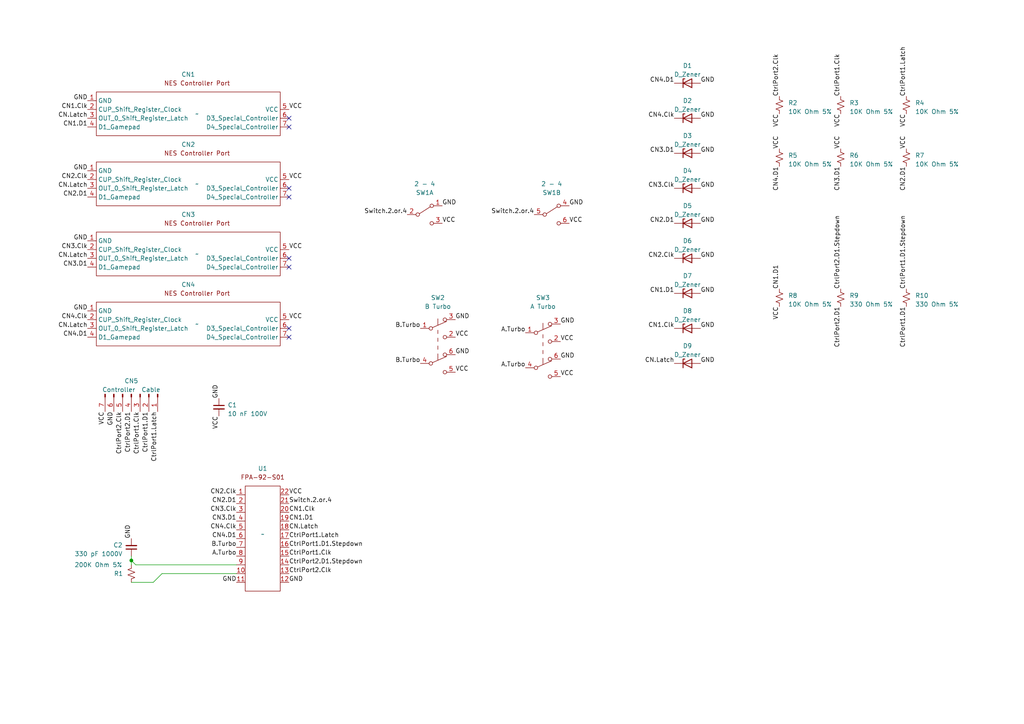
<source format=kicad_sch>
(kicad_sch (version 20230121) (generator eeschema)

  (uuid c6b34b0e-6aa4-4e33-a7d6-29da1b6a731b)

  (paper "A4")

  (lib_symbols
    (symbol "Connector:Conn_01x07_Pin" (pin_names (offset 1.016) hide) (in_bom yes) (on_board yes)
      (property "Reference" "J" (at 0 10.16 0)
        (effects (font (size 1.27 1.27)))
      )
      (property "Value" "Conn_01x07_Pin" (at 0 -10.16 0)
        (effects (font (size 1.27 1.27)))
      )
      (property "Footprint" "" (at 0 0 0)
        (effects (font (size 1.27 1.27)) hide)
      )
      (property "Datasheet" "~" (at 0 0 0)
        (effects (font (size 1.27 1.27)) hide)
      )
      (property "ki_locked" "" (at 0 0 0)
        (effects (font (size 1.27 1.27)))
      )
      (property "ki_keywords" "connector" (at 0 0 0)
        (effects (font (size 1.27 1.27)) hide)
      )
      (property "ki_description" "Generic connector, single row, 01x07, script generated" (at 0 0 0)
        (effects (font (size 1.27 1.27)) hide)
      )
      (property "ki_fp_filters" "Connector*:*_1x??_*" (at 0 0 0)
        (effects (font (size 1.27 1.27)) hide)
      )
      (symbol "Conn_01x07_Pin_1_1"
        (polyline
          (pts
            (xy 1.27 -7.62)
            (xy 0.8636 -7.62)
          )
          (stroke (width 0.1524) (type default))
          (fill (type none))
        )
        (polyline
          (pts
            (xy 1.27 -5.08)
            (xy 0.8636 -5.08)
          )
          (stroke (width 0.1524) (type default))
          (fill (type none))
        )
        (polyline
          (pts
            (xy 1.27 -2.54)
            (xy 0.8636 -2.54)
          )
          (stroke (width 0.1524) (type default))
          (fill (type none))
        )
        (polyline
          (pts
            (xy 1.27 0)
            (xy 0.8636 0)
          )
          (stroke (width 0.1524) (type default))
          (fill (type none))
        )
        (polyline
          (pts
            (xy 1.27 2.54)
            (xy 0.8636 2.54)
          )
          (stroke (width 0.1524) (type default))
          (fill (type none))
        )
        (polyline
          (pts
            (xy 1.27 5.08)
            (xy 0.8636 5.08)
          )
          (stroke (width 0.1524) (type default))
          (fill (type none))
        )
        (polyline
          (pts
            (xy 1.27 7.62)
            (xy 0.8636 7.62)
          )
          (stroke (width 0.1524) (type default))
          (fill (type none))
        )
        (rectangle (start 0.8636 -7.493) (end 0 -7.747)
          (stroke (width 0.1524) (type default))
          (fill (type outline))
        )
        (rectangle (start 0.8636 -4.953) (end 0 -5.207)
          (stroke (width 0.1524) (type default))
          (fill (type outline))
        )
        (rectangle (start 0.8636 -2.413) (end 0 -2.667)
          (stroke (width 0.1524) (type default))
          (fill (type outline))
        )
        (rectangle (start 0.8636 0.127) (end 0 -0.127)
          (stroke (width 0.1524) (type default))
          (fill (type outline))
        )
        (rectangle (start 0.8636 2.667) (end 0 2.413)
          (stroke (width 0.1524) (type default))
          (fill (type outline))
        )
        (rectangle (start 0.8636 5.207) (end 0 4.953)
          (stroke (width 0.1524) (type default))
          (fill (type outline))
        )
        (rectangle (start 0.8636 7.747) (end 0 7.493)
          (stroke (width 0.1524) (type default))
          (fill (type outline))
        )
        (pin passive line (at 5.08 7.62 180) (length 3.81)
          (name "Pin_1" (effects (font (size 1.27 1.27))))
          (number "1" (effects (font (size 1.27 1.27))))
        )
        (pin passive line (at 5.08 5.08 180) (length 3.81)
          (name "Pin_2" (effects (font (size 1.27 1.27))))
          (number "2" (effects (font (size 1.27 1.27))))
        )
        (pin passive line (at 5.08 2.54 180) (length 3.81)
          (name "Pin_3" (effects (font (size 1.27 1.27))))
          (number "3" (effects (font (size 1.27 1.27))))
        )
        (pin passive line (at 5.08 0 180) (length 3.81)
          (name "Pin_4" (effects (font (size 1.27 1.27))))
          (number "4" (effects (font (size 1.27 1.27))))
        )
        (pin passive line (at 5.08 -2.54 180) (length 3.81)
          (name "Pin_5" (effects (font (size 1.27 1.27))))
          (number "5" (effects (font (size 1.27 1.27))))
        )
        (pin passive line (at 5.08 -5.08 180) (length 3.81)
          (name "Pin_6" (effects (font (size 1.27 1.27))))
          (number "6" (effects (font (size 1.27 1.27))))
        )
        (pin passive line (at 5.08 -7.62 180) (length 3.81)
          (name "Pin_7" (effects (font (size 1.27 1.27))))
          (number "7" (effects (font (size 1.27 1.27))))
        )
      )
    )
    (symbol "Device:C_Small" (pin_numbers hide) (pin_names (offset 0.254) hide) (in_bom yes) (on_board yes)
      (property "Reference" "C" (at 0.254 1.778 0)
        (effects (font (size 1.27 1.27)) (justify left))
      )
      (property "Value" "C_Small" (at 0.254 -2.032 0)
        (effects (font (size 1.27 1.27)) (justify left))
      )
      (property "Footprint" "" (at 0 0 0)
        (effects (font (size 1.27 1.27)) hide)
      )
      (property "Datasheet" "~" (at 0 0 0)
        (effects (font (size 1.27 1.27)) hide)
      )
      (property "ki_keywords" "capacitor cap" (at 0 0 0)
        (effects (font (size 1.27 1.27)) hide)
      )
      (property "ki_description" "Unpolarized capacitor, small symbol" (at 0 0 0)
        (effects (font (size 1.27 1.27)) hide)
      )
      (property "ki_fp_filters" "C_*" (at 0 0 0)
        (effects (font (size 1.27 1.27)) hide)
      )
      (symbol "C_Small_0_1"
        (polyline
          (pts
            (xy -1.524 -0.508)
            (xy 1.524 -0.508)
          )
          (stroke (width 0.3302) (type default))
          (fill (type none))
        )
        (polyline
          (pts
            (xy -1.524 0.508)
            (xy 1.524 0.508)
          )
          (stroke (width 0.3048) (type default))
          (fill (type none))
        )
      )
      (symbol "C_Small_1_1"
        (pin passive line (at 0 2.54 270) (length 2.032)
          (name "~" (effects (font (size 1.27 1.27))))
          (number "1" (effects (font (size 1.27 1.27))))
        )
        (pin passive line (at 0 -2.54 90) (length 2.032)
          (name "~" (effects (font (size 1.27 1.27))))
          (number "2" (effects (font (size 1.27 1.27))))
        )
      )
    )
    (symbol "Device:D_Zener" (pin_numbers hide) (pin_names (offset 1.016) hide) (in_bom yes) (on_board yes)
      (property "Reference" "D" (at 0 2.54 0)
        (effects (font (size 1.27 1.27)))
      )
      (property "Value" "D_Zener" (at 0 -2.54 0)
        (effects (font (size 1.27 1.27)))
      )
      (property "Footprint" "" (at 0 0 0)
        (effects (font (size 1.27 1.27)) hide)
      )
      (property "Datasheet" "~" (at 0 0 0)
        (effects (font (size 1.27 1.27)) hide)
      )
      (property "ki_keywords" "diode" (at 0 0 0)
        (effects (font (size 1.27 1.27)) hide)
      )
      (property "ki_description" "Zener diode" (at 0 0 0)
        (effects (font (size 1.27 1.27)) hide)
      )
      (property "ki_fp_filters" "TO-???* *_Diode_* *SingleDiode* D_*" (at 0 0 0)
        (effects (font (size 1.27 1.27)) hide)
      )
      (symbol "D_Zener_0_1"
        (polyline
          (pts
            (xy 1.27 0)
            (xy -1.27 0)
          )
          (stroke (width 0) (type default))
          (fill (type none))
        )
        (polyline
          (pts
            (xy -1.27 -1.27)
            (xy -1.27 1.27)
            (xy -0.762 1.27)
          )
          (stroke (width 0.254) (type default))
          (fill (type none))
        )
        (polyline
          (pts
            (xy 1.27 -1.27)
            (xy 1.27 1.27)
            (xy -1.27 0)
            (xy 1.27 -1.27)
          )
          (stroke (width 0.254) (type default))
          (fill (type none))
        )
      )
      (symbol "D_Zener_1_1"
        (pin passive line (at -3.81 0 0) (length 2.54)
          (name "K" (effects (font (size 1.27 1.27))))
          (number "1" (effects (font (size 1.27 1.27))))
        )
        (pin passive line (at 3.81 0 180) (length 2.54)
          (name "A" (effects (font (size 1.27 1.27))))
          (number "2" (effects (font (size 1.27 1.27))))
        )
      )
    )
    (symbol "Device:R_Small_US" (pin_numbers hide) (pin_names (offset 0.254) hide) (in_bom yes) (on_board yes)
      (property "Reference" "R" (at 0.762 0.508 0)
        (effects (font (size 1.27 1.27)) (justify left))
      )
      (property "Value" "R_Small_US" (at 0.762 -1.016 0)
        (effects (font (size 1.27 1.27)) (justify left))
      )
      (property "Footprint" "" (at 0 0 0)
        (effects (font (size 1.27 1.27)) hide)
      )
      (property "Datasheet" "~" (at 0 0 0)
        (effects (font (size 1.27 1.27)) hide)
      )
      (property "ki_keywords" "r resistor" (at 0 0 0)
        (effects (font (size 1.27 1.27)) hide)
      )
      (property "ki_description" "Resistor, small US symbol" (at 0 0 0)
        (effects (font (size 1.27 1.27)) hide)
      )
      (property "ki_fp_filters" "R_*" (at 0 0 0)
        (effects (font (size 1.27 1.27)) hide)
      )
      (symbol "R_Small_US_1_1"
        (polyline
          (pts
            (xy 0 0)
            (xy 1.016 -0.381)
            (xy 0 -0.762)
            (xy -1.016 -1.143)
            (xy 0 -1.524)
          )
          (stroke (width 0) (type default))
          (fill (type none))
        )
        (polyline
          (pts
            (xy 0 1.524)
            (xy 1.016 1.143)
            (xy 0 0.762)
            (xy -1.016 0.381)
            (xy 0 0)
          )
          (stroke (width 0) (type default))
          (fill (type none))
        )
        (pin passive line (at 0 2.54 270) (length 1.016)
          (name "~" (effects (font (size 1.27 1.27))))
          (number "1" (effects (font (size 1.27 1.27))))
        )
        (pin passive line (at 0 -2.54 90) (length 1.016)
          (name "~" (effects (font (size 1.27 1.27))))
          (number "2" (effects (font (size 1.27 1.27))))
        )
      )
    )
    (symbol "NES Four Square:FPA-92-S01" (in_bom yes) (on_board yes)
      (property "Reference" "U" (at 0 0 0)
        (effects (font (size 1.27 1.27)))
      )
      (property "Value" "" (at 0 0 0)
        (effects (font (size 1.27 1.27)))
      )
      (property "Footprint" "" (at 0 0 0)
        (effects (font (size 1.27 1.27)) hide)
      )
      (property "Datasheet" "" (at 0 0 0)
        (effects (font (size 1.27 1.27)) hide)
      )
      (symbol "FPA-92-S01_0_1"
        (rectangle (start -5.08 13.97) (end 5.08 -16.51)
          (stroke (width 0) (type default))
          (fill (type none))
        )
      )
      (symbol "FPA-92-S01_1_1"
        (text "FPA-92-S01" (at 0 16.51 0)
          (effects (font (size 1.27 1.27)))
        )
        (pin input line (at -7.62 11.43 0) (length 2.54)
          (name "" (effects (font (size 1.27 1.27))))
          (number "1" (effects (font (size 1.27 1.27))))
        )
        (pin input line (at -7.62 -11.43 0) (length 2.54)
          (name "" (effects (font (size 1.27 1.27))))
          (number "10" (effects (font (size 1.27 1.27))))
        )
        (pin input line (at -7.62 -13.97 0) (length 2.54)
          (name "" (effects (font (size 1.27 1.27))))
          (number "11" (effects (font (size 1.27 1.27))))
        )
        (pin input line (at 7.62 -13.97 180) (length 2.54)
          (name "" (effects (font (size 1.27 1.27))))
          (number "12" (effects (font (size 1.27 1.27))))
        )
        (pin input line (at 7.62 -11.43 180) (length 2.54)
          (name "" (effects (font (size 1.27 1.27))))
          (number "13" (effects (font (size 1.27 1.27))))
        )
        (pin input line (at 7.62 -8.89 180) (length 2.54)
          (name "" (effects (font (size 1.27 1.27))))
          (number "14" (effects (font (size 1.27 1.27))))
        )
        (pin input line (at 7.62 -6.35 180) (length 2.54)
          (name "" (effects (font (size 1.27 1.27))))
          (number "15" (effects (font (size 1.27 1.27))))
        )
        (pin input line (at 7.62 -3.81 180) (length 2.54)
          (name "" (effects (font (size 1.27 1.27))))
          (number "16" (effects (font (size 1.27 1.27))))
        )
        (pin input line (at 7.62 -1.27 180) (length 2.54)
          (name "" (effects (font (size 1.27 1.27))))
          (number "17" (effects (font (size 1.27 1.27))))
        )
        (pin input line (at 7.62 1.27 180) (length 2.54)
          (name "" (effects (font (size 1.27 1.27))))
          (number "18" (effects (font (size 1.27 1.27))))
        )
        (pin input line (at 7.62 3.81 180) (length 2.54)
          (name "" (effects (font (size 1.27 1.27))))
          (number "19" (effects (font (size 1.27 1.27))))
        )
        (pin input line (at -7.62 8.89 0) (length 2.54)
          (name "" (effects (font (size 1.27 1.27))))
          (number "2" (effects (font (size 1.27 1.27))))
        )
        (pin input line (at 7.62 6.35 180) (length 2.54)
          (name "" (effects (font (size 1.27 1.27))))
          (number "20" (effects (font (size 1.27 1.27))))
        )
        (pin input line (at 7.62 8.89 180) (length 2.54)
          (name "" (effects (font (size 1.27 1.27))))
          (number "21" (effects (font (size 1.27 1.27))))
        )
        (pin input line (at 7.62 11.43 180) (length 2.54)
          (name "" (effects (font (size 1.27 1.27))))
          (number "22" (effects (font (size 1.27 1.27))))
        )
        (pin input line (at -7.62 6.35 0) (length 2.54)
          (name "" (effects (font (size 1.27 1.27))))
          (number "3" (effects (font (size 1.27 1.27))))
        )
        (pin input line (at -7.62 3.81 0) (length 2.54)
          (name "" (effects (font (size 1.27 1.27))))
          (number "4" (effects (font (size 1.27 1.27))))
        )
        (pin input line (at -7.62 1.27 0) (length 2.54)
          (name "" (effects (font (size 1.27 1.27))))
          (number "5" (effects (font (size 1.27 1.27))))
        )
        (pin input line (at -7.62 -1.27 0) (length 2.54)
          (name "" (effects (font (size 1.27 1.27))))
          (number "6" (effects (font (size 1.27 1.27))))
        )
        (pin input line (at -7.62 -3.81 0) (length 2.54)
          (name "" (effects (font (size 1.27 1.27))))
          (number "7" (effects (font (size 1.27 1.27))))
        )
        (pin input line (at -7.62 -6.35 0) (length 2.54)
          (name "" (effects (font (size 1.27 1.27))))
          (number "8" (effects (font (size 1.27 1.27))))
        )
        (pin input line (at -7.62 -8.89 0) (length 2.54)
          (name "" (effects (font (size 1.27 1.27))))
          (number "9" (effects (font (size 1.27 1.27))))
        )
      )
    )
    (symbol "NES Four Square:NES_Controller" (in_bom yes) (on_board yes)
      (property "Reference" "J" (at 0 0 0)
        (effects (font (size 1.27 1.27)))
      )
      (property "Value" "" (at 0 0 0)
        (effects (font (size 1.27 1.27)))
      )
      (property "Footprint" "" (at 0 0 0)
        (effects (font (size 1.27 1.27)) hide)
      )
      (property "Datasheet" "" (at 0 0 0)
        (effects (font (size 1.27 1.27)) hide)
      )
      (symbol "NES_Controller_0_1"
        (rectangle (start -29.21 6.35) (end 24.13 -6.35)
          (stroke (width 0) (type default))
          (fill (type none))
        )
      )
      (symbol "NES_Controller_1_1"
        (text "NES Controller Port" (at 0 8.89 0)
          (effects (font (size 1.27 1.27)))
        )
        (pin power_in line (at -31.75 3.81 0) (length 2.54)
          (name "GND" (effects (font (size 1.27 1.27))))
          (number "1" (effects (font (size 1.27 1.27))))
        )
        (pin input line (at -31.75 1.27 0) (length 2.54)
          (name "CUP_Shift_Register_Clock" (effects (font (size 1.27 1.27))))
          (number "2" (effects (font (size 1.27 1.27))))
        )
        (pin input line (at -31.75 -1.27 0) (length 2.54)
          (name "OUT_0_Shift_Register_Latch" (effects (font (size 1.27 1.27))))
          (number "3" (effects (font (size 1.27 1.27))))
        )
        (pin output line (at -31.75 -3.81 0) (length 2.54)
          (name "D1_Gamepad" (effects (font (size 1.27 1.27))))
          (number "4" (effects (font (size 1.27 1.27))))
        )
        (pin power_in line (at 26.67 1.27 180) (length 2.54)
          (name "VCC" (effects (font (size 1.27 1.27))))
          (number "5" (effects (font (size 1.27 1.27))))
        )
        (pin output line (at 26.67 -1.27 180) (length 2.54)
          (name "D3_Special_Controller" (effects (font (size 1.27 1.27))))
          (number "6" (effects (font (size 1.27 1.27))))
        )
        (pin output line (at 26.67 -3.81 180) (length 2.54)
          (name "D4_Special_Controller" (effects (font (size 1.27 1.27))))
          (number "7" (effects (font (size 1.27 1.27))))
        )
      )
    )
    (symbol "SW_Push_DPDT_1" (pin_names (offset 0) hide) (in_bom yes) (on_board yes)
      (property "Reference" "SW3" (at 0 11.43 0)
        (effects (font (size 1.27 1.27)))
      )
      (property "Value" "B" (at 0 8.89 0)
        (effects (font (size 1.27 1.27)))
      )
      (property "Footprint" "" (at 0 5.08 0)
        (effects (font (size 1.27 1.27)) hide)
      )
      (property "Datasheet" "~" (at 0 5.08 0)
        (effects (font (size 1.27 1.27)) hide)
      )
      (property "ki_keywords" "switch dual-pole double-throw spdt ON-ON" (at 0 0 0)
        (effects (font (size 1.27 1.27)) hide)
      )
      (property "ki_description" "Momentary Switch, dual pole double throw" (at 0 0 0)
        (effects (font (size 1.27 1.27)) hide)
      )
      (symbol "SW_Push_DPDT_1_0_0"
        (circle (center -2.032 -5.08) (radius 0.508)
          (stroke (width 0) (type default))
          (fill (type none))
        )
        (circle (center -2.032 5.08) (radius 0.508)
          (stroke (width 0) (type default))
          (fill (type none))
        )
        (circle (center 2.032 -7.62) (radius 0.508)
          (stroke (width 0) (type default))
          (fill (type none))
        )
        (circle (center 2.032 2.54) (radius 0.508)
          (stroke (width 0) (type default))
          (fill (type none))
        )
      )
      (symbol "SW_Push_DPDT_1_0_1"
        (polyline
          (pts
            (xy -1.524 -4.826)
            (xy 2.54 -3.048)
          )
          (stroke (width 0) (type default))
          (fill (type none))
        )
        (polyline
          (pts
            (xy -1.524 5.334)
            (xy 2.54 7.112)
          )
          (stroke (width 0) (type default))
          (fill (type none))
        )
        (polyline
          (pts
            (xy 0 -2.286)
            (xy 0 -4.064)
          )
          (stroke (width 0) (type default))
          (fill (type none))
        )
        (polyline
          (pts
            (xy 0 -1.016)
            (xy 0 0)
          )
          (stroke (width 0) (type default))
          (fill (type none))
        )
        (polyline
          (pts
            (xy 0 1.27)
            (xy 0 2.286)
          )
          (stroke (width 0) (type default))
          (fill (type none))
        )
        (polyline
          (pts
            (xy 0 3.556)
            (xy 0 4.572)
          )
          (stroke (width 0) (type default))
          (fill (type none))
        )
        (polyline
          (pts
            (xy 0 7.874)
            (xy 0 6.096)
          )
          (stroke (width 0) (type default))
          (fill (type none))
        )
        (circle (center 2.032 -2.54) (radius 0.508)
          (stroke (width 0) (type default))
          (fill (type none))
        )
        (circle (center 2.032 7.62) (radius 0.508)
          (stroke (width 0) (type default))
          (fill (type none))
        )
      )
      (symbol "SW_Push_DPDT_1_1_1"
        (pin passive line (at -5.08 5.08 0) (length 2.54)
          (name "B" (effects (font (size 1.27 1.27))))
          (number "1" (effects (font (size 1.27 1.27))))
        )
        (pin passive line (at 5.08 2.54 180) (length 2.54)
          (name "C" (effects (font (size 1.27 1.27))))
          (number "2" (effects (font (size 1.27 1.27))))
        )
        (pin passive line (at 5.08 7.62 180) (length 2.54)
          (name "A" (effects (font (size 1.27 1.27))))
          (number "3" (effects (font (size 1.27 1.27))))
        )
        (pin passive line (at -5.08 -5.08 0) (length 2.54)
          (name "B" (effects (font (size 1.27 1.27))))
          (number "4" (effects (font (size 1.27 1.27))))
        )
        (pin passive line (at 5.08 -7.62 180) (length 2.54)
          (name "C" (effects (font (size 1.27 1.27))))
          (number "5" (effects (font (size 1.27 1.27))))
        )
        (pin passive line (at 5.08 -2.54 180) (length 2.54)
          (name "A" (effects (font (size 1.27 1.27))))
          (number "6" (effects (font (size 1.27 1.27))))
        )
      )
    )
    (symbol "Switch:SW_DPDT_x2" (pin_names (offset 0) hide) (in_bom yes) (on_board yes)
      (property "Reference" "SW" (at 0 4.318 0)
        (effects (font (size 1.27 1.27)))
      )
      (property "Value" "SW_DPDT_x2" (at 0 -5.08 0)
        (effects (font (size 1.27 1.27)))
      )
      (property "Footprint" "" (at 0 0 0)
        (effects (font (size 1.27 1.27)) hide)
      )
      (property "Datasheet" "~" (at 0 0 0)
        (effects (font (size 1.27 1.27)) hide)
      )
      (property "ki_keywords" "switch dual-pole double-throw DPDT spdt ON-ON" (at 0 0 0)
        (effects (font (size 1.27 1.27)) hide)
      )
      (property "ki_description" "Switch, dual pole double throw, separate symbols" (at 0 0 0)
        (effects (font (size 1.27 1.27)) hide)
      )
      (property "ki_fp_filters" "SW*DPDT*" (at 0 0 0)
        (effects (font (size 1.27 1.27)) hide)
      )
      (symbol "SW_DPDT_x2_0_0"
        (circle (center -2.032 0) (radius 0.508)
          (stroke (width 0) (type default))
          (fill (type none))
        )
        (circle (center 2.032 -2.54) (radius 0.508)
          (stroke (width 0) (type default))
          (fill (type none))
        )
      )
      (symbol "SW_DPDT_x2_0_1"
        (polyline
          (pts
            (xy -1.524 0.254)
            (xy 1.651 2.286)
          )
          (stroke (width 0) (type default))
          (fill (type none))
        )
        (circle (center 2.032 2.54) (radius 0.508)
          (stroke (width 0) (type default))
          (fill (type none))
        )
      )
      (symbol "SW_DPDT_x2_1_1"
        (pin passive line (at 5.08 2.54 180) (length 2.54)
          (name "A" (effects (font (size 1.27 1.27))))
          (number "1" (effects (font (size 1.27 1.27))))
        )
        (pin passive line (at -5.08 0 0) (length 2.54)
          (name "B" (effects (font (size 1.27 1.27))))
          (number "2" (effects (font (size 1.27 1.27))))
        )
        (pin passive line (at 5.08 -2.54 180) (length 2.54)
          (name "C" (effects (font (size 1.27 1.27))))
          (number "3" (effects (font (size 1.27 1.27))))
        )
      )
      (symbol "SW_DPDT_x2_2_1"
        (pin passive line (at 5.08 2.54 180) (length 2.54)
          (name "A" (effects (font (size 1.27 1.27))))
          (number "4" (effects (font (size 1.27 1.27))))
        )
        (pin passive line (at -5.08 0 0) (length 2.54)
          (name "B" (effects (font (size 1.27 1.27))))
          (number "5" (effects (font (size 1.27 1.27))))
        )
        (pin passive line (at 5.08 -2.54 180) (length 2.54)
          (name "C" (effects (font (size 1.27 1.27))))
          (number "6" (effects (font (size 1.27 1.27))))
        )
      )
    )
    (symbol "Switch:SW_Push_DPDT" (pin_names (offset 0) hide) (in_bom yes) (on_board yes)
      (property "Reference" "SW2" (at 0 11.43 0)
        (effects (font (size 1.27 1.27)))
      )
      (property "Value" "A" (at 0 8.89 0)
        (effects (font (size 1.27 1.27)))
      )
      (property "Footprint" "" (at 0 5.08 0)
        (effects (font (size 1.27 1.27)) hide)
      )
      (property "Datasheet" "~" (at 0 5.08 0)
        (effects (font (size 1.27 1.27)) hide)
      )
      (property "ki_keywords" "switch dual-pole double-throw spdt ON-ON" (at 0 0 0)
        (effects (font (size 1.27 1.27)) hide)
      )
      (property "ki_description" "Momentary Switch, dual pole double throw" (at 0 0 0)
        (effects (font (size 1.27 1.27)) hide)
      )
      (symbol "SW_Push_DPDT_0_0"
        (circle (center -2.032 -5.08) (radius 0.508)
          (stroke (width 0) (type default))
          (fill (type none))
        )
        (circle (center -2.032 5.08) (radius 0.508)
          (stroke (width 0) (type default))
          (fill (type none))
        )
        (circle (center 2.032 -7.62) (radius 0.508)
          (stroke (width 0) (type default))
          (fill (type none))
        )
        (circle (center 2.032 2.54) (radius 0.508)
          (stroke (width 0) (type default))
          (fill (type none))
        )
      )
      (symbol "SW_Push_DPDT_0_1"
        (polyline
          (pts
            (xy -1.524 -4.826)
            (xy 2.54 -3.048)
          )
          (stroke (width 0) (type default))
          (fill (type none))
        )
        (polyline
          (pts
            (xy -1.524 5.334)
            (xy 2.54 7.112)
          )
          (stroke (width 0) (type default))
          (fill (type none))
        )
        (polyline
          (pts
            (xy 0 -2.286)
            (xy 0 -4.064)
          )
          (stroke (width 0) (type default))
          (fill (type none))
        )
        (polyline
          (pts
            (xy 0 -1.016)
            (xy 0 0)
          )
          (stroke (width 0) (type default))
          (fill (type none))
        )
        (polyline
          (pts
            (xy 0 1.27)
            (xy 0 2.286)
          )
          (stroke (width 0) (type default))
          (fill (type none))
        )
        (polyline
          (pts
            (xy 0 3.556)
            (xy 0 4.572)
          )
          (stroke (width 0) (type default))
          (fill (type none))
        )
        (polyline
          (pts
            (xy 0 7.874)
            (xy 0 6.096)
          )
          (stroke (width 0) (type default))
          (fill (type none))
        )
        (circle (center 2.032 -2.54) (radius 0.508)
          (stroke (width 0) (type default))
          (fill (type none))
        )
        (circle (center 2.032 7.62) (radius 0.508)
          (stroke (width 0) (type default))
          (fill (type none))
        )
      )
      (symbol "SW_Push_DPDT_1_1"
        (pin passive line (at -5.08 5.08 0) (length 2.54)
          (name "B" (effects (font (size 1.27 1.27))))
          (number "1" (effects (font (size 1.27 1.27))))
        )
        (pin passive line (at 5.08 2.54 180) (length 2.54)
          (name "C" (effects (font (size 1.27 1.27))))
          (number "2" (effects (font (size 1.27 1.27))))
        )
        (pin passive line (at 5.08 7.62 180) (length 2.54)
          (name "A" (effects (font (size 1.27 1.27))))
          (number "3" (effects (font (size 1.27 1.27))))
        )
        (pin passive line (at -5.08 -5.08 0) (length 2.54)
          (name "B" (effects (font (size 1.27 1.27))))
          (number "4" (effects (font (size 1.27 1.27))))
        )
        (pin passive line (at 5.08 -7.62 180) (length 2.54)
          (name "C" (effects (font (size 1.27 1.27))))
          (number "5" (effects (font (size 1.27 1.27))))
        )
        (pin passive line (at 5.08 -2.54 180) (length 2.54)
          (name "A" (effects (font (size 1.27 1.27))))
          (number "6" (effects (font (size 1.27 1.27))))
        )
      )
    )
  )

  (junction (at 38.1 162.56) (diameter 0) (color 0 0 0 0)
    (uuid acd61ef1-8b07-401c-ba03-3d8e12a81aa3)
  )

  (no_connect (at 83.82 95.25) (uuid 51325b11-2588-4740-86ef-208908cca320))
  (no_connect (at 83.82 57.15) (uuid 794d585a-095f-4154-a0c9-ddc04894dd30))
  (no_connect (at 83.82 97.79) (uuid 98963519-ae33-4caf-9e38-b7f315613513))
  (no_connect (at 83.82 77.47) (uuid ad3deffa-d50f-43da-868c-3adaeca6ec53))
  (no_connect (at 83.82 36.83) (uuid b96728fc-bed7-434d-843c-0205dcf82d63))
  (no_connect (at 83.82 74.93) (uuid d53096bb-69a6-440f-926b-1febff829f38))
  (no_connect (at 83.82 34.29) (uuid d802948b-bb1f-4d07-b31f-a173aef1d60f))
  (no_connect (at 83.82 54.61) (uuid f7542dab-aa96-4341-9600-b3031c9cfa6e))

  (wire (pts (xy 46.99 166.37) (xy 44.45 168.91))
    (stroke (width 0) (type default))
    (uuid 10f62b3c-99f7-49ac-b5e5-c822426e5a93)
  )
  (wire (pts (xy 39.37 163.83) (xy 38.1 162.56))
    (stroke (width 0) (type default))
    (uuid 288d73bb-3fd9-4df6-a003-729353b3bedd)
  )
  (wire (pts (xy 68.58 163.83) (xy 39.37 163.83))
    (stroke (width 0) (type default))
    (uuid 42b1b672-17c3-4b24-aad2-34a65deccca6)
  )
  (wire (pts (xy 68.58 166.37) (xy 46.99 166.37))
    (stroke (width 0) (type default))
    (uuid ce27ded6-677b-4f2d-bf83-46d47b9fc8c1)
  )
  (wire (pts (xy 38.1 168.91) (xy 44.45 168.91))
    (stroke (width 0) (type default))
    (uuid d007a8f9-8d91-457f-be94-da2ef7a82e0a)
  )
  (wire (pts (xy 38.1 163.83) (xy 38.1 162.56))
    (stroke (width 0) (type default))
    (uuid f222b155-0893-4b42-9b39-84197b6a2ced)
  )
  (wire (pts (xy 38.1 162.56) (xy 38.1 161.29))
    (stroke (width 0) (type default))
    (uuid f6c5ff94-2f50-4c88-b003-92d3da7b99de)
  )

  (label "CN2.Clk" (at 195.58 74.93 180) (fields_autoplaced)
    (effects (font (size 1.27 1.27)) (justify right bottom))
    (uuid 043d2043-f752-4c1d-9f5e-cbc277fdd30f)
  )
  (label "VCC" (at 243.84 33.02 270) (fields_autoplaced)
    (effects (font (size 1.27 1.27)) (justify right bottom))
    (uuid 0651e1c5-a63e-440c-af49-2698c3284359)
  )
  (label "Switch.2.or.4" (at 154.94 62.23 180) (fields_autoplaced)
    (effects (font (size 1.27 1.27)) (justify right bottom))
    (uuid 0a74d98b-0b65-4107-b3dd-e95390092152)
  )
  (label "CtrlPort2.Clk" (at 83.82 166.37 0) (fields_autoplaced)
    (effects (font (size 1.27 1.27)) (justify left bottom))
    (uuid 0b8794bc-b623-4fd6-9e81-6421c4c168c1)
  )
  (label "VCC" (at 262.89 43.18 90) (fields_autoplaced)
    (effects (font (size 1.27 1.27)) (justify left bottom))
    (uuid 131b722d-6806-4300-8a38-05f61ed8c2f8)
  )
  (label "CtrlPort1.D1" (at 43.18 119.38 270) (fields_autoplaced)
    (effects (font (size 1.27 1.27)) (justify right bottom))
    (uuid 1890862f-a122-49fd-8886-aeea664c9e99)
  )
  (label "GND" (at 203.2 105.41 0) (fields_autoplaced)
    (effects (font (size 1.27 1.27)) (justify left bottom))
    (uuid 189f0836-f4c5-4731-a6d4-3f905eb9e5a7)
  )
  (label "CN3.D1" (at 243.84 48.26 270) (fields_autoplaced)
    (effects (font (size 1.27 1.27)) (justify right bottom))
    (uuid 1d2a18df-b3d5-4f99-a6c4-e7e861c76fe9)
  )
  (label "CtrlPort1.Latch" (at 262.89 27.94 90) (fields_autoplaced)
    (effects (font (size 1.27 1.27)) (justify left bottom))
    (uuid 1ecc254a-f592-4c51-86b8-d4518dc85995)
  )
  (label "VCC" (at 63.5 120.65 270) (fields_autoplaced)
    (effects (font (size 1.27 1.27)) (justify right bottom))
    (uuid 204b2c54-c024-4baf-9155-57fdb5da398d)
  )
  (label "CN4.D1" (at 25.4 97.79 180) (fields_autoplaced)
    (effects (font (size 1.27 1.27)) (justify right bottom))
    (uuid 219b21d3-0a02-419e-9ae2-68efd2327055)
  )
  (label "CN2.D1" (at 25.4 57.15 180) (fields_autoplaced)
    (effects (font (size 1.27 1.27)) (justify right bottom))
    (uuid 2381d2c8-c6cc-4c05-98f3-c7a5e0b3d33d)
  )
  (label "GND" (at 203.2 95.25 0) (fields_autoplaced)
    (effects (font (size 1.27 1.27)) (justify left bottom))
    (uuid 2749ed7b-f779-4e06-a76d-dfed91773d04)
  )
  (label "VCC" (at 83.82 72.39 0) (fields_autoplaced)
    (effects (font (size 1.27 1.27)) (justify left bottom))
    (uuid 28cc7466-365e-418b-b877-abbf9e4f5813)
  )
  (label "CN1.D1" (at 83.82 151.13 0) (fields_autoplaced)
    (effects (font (size 1.27 1.27)) (justify left bottom))
    (uuid 2cfbcfcd-0871-4fcb-96ae-720c15617f4f)
  )
  (label "CtrlPort1.Clk" (at 243.84 27.94 90) (fields_autoplaced)
    (effects (font (size 1.27 1.27)) (justify left bottom))
    (uuid 2e68bc14-fafa-4935-b222-489d6bbc2bb1)
  )
  (label "CtrlPort1.D1.Stepdown" (at 262.89 83.82 90) (fields_autoplaced)
    (effects (font (size 1.27 1.27)) (justify left bottom))
    (uuid 2f88a114-6806-4c0b-a8e8-2b1f00f4a16e)
  )
  (label "B.Turbo" (at 121.92 95.25 180) (fields_autoplaced)
    (effects (font (size 1.27 1.27)) (justify right bottom))
    (uuid 2fa7d769-07ed-40b4-9ca4-85aa1d3d15a6)
  )
  (label "CN4.D1" (at 68.58 156.21 180) (fields_autoplaced)
    (effects (font (size 1.27 1.27)) (justify right bottom))
    (uuid 2fe5680e-1f42-43f4-a398-c24c178f7c46)
  )
  (label "CN1.D1" (at 226.06 83.82 90) (fields_autoplaced)
    (effects (font (size 1.27 1.27)) (justify left bottom))
    (uuid 3066da56-1cb3-4b10-8f03-50cf8711f1da)
  )
  (label "VCC" (at 165.1 64.77 0) (fields_autoplaced)
    (effects (font (size 1.27 1.27)) (justify left bottom))
    (uuid 31d99870-bf67-4b04-a7d8-2d7e64ca3e4b)
  )
  (label "GND" (at 25.4 29.21 180) (fields_autoplaced)
    (effects (font (size 1.27 1.27)) (justify right bottom))
    (uuid 34aceb24-d279-41c2-b0b6-0d6a17042c49)
  )
  (label "CN3.Clk" (at 25.4 72.39 180) (fields_autoplaced)
    (effects (font (size 1.27 1.27)) (justify right bottom))
    (uuid 36a81e11-473b-4ccc-8a01-819475387092)
  )
  (label "B.Turbo" (at 121.92 105.41 180) (fields_autoplaced)
    (effects (font (size 1.27 1.27)) (justify right bottom))
    (uuid 376cd244-aaee-4329-af13-508119e871e7)
  )
  (label "CtrlPort2.D1" (at 243.84 88.9 270) (fields_autoplaced)
    (effects (font (size 1.27 1.27)) (justify right bottom))
    (uuid 3a72a59f-ea14-4927-b7ec-04ce83385cb4)
  )
  (label "GND" (at 203.2 54.61 0) (fields_autoplaced)
    (effects (font (size 1.27 1.27)) (justify left bottom))
    (uuid 3e3adce9-0877-4e2d-a3bb-472e300b26c7)
  )
  (label "GND" (at 203.2 64.77 0) (fields_autoplaced)
    (effects (font (size 1.27 1.27)) (justify left bottom))
    (uuid 401ee05b-e1b5-4f81-963c-c75e986082ff)
  )
  (label "GND" (at 203.2 74.93 0) (fields_autoplaced)
    (effects (font (size 1.27 1.27)) (justify left bottom))
    (uuid 47d9cef9-b659-493d-98d0-865adbb9d6e4)
  )
  (label "VCC" (at 226.06 33.02 270) (fields_autoplaced)
    (effects (font (size 1.27 1.27)) (justify right bottom))
    (uuid 48e1c4c4-d6a5-44c9-ae8f-aabed4ff23db)
  )
  (label "CN3.Clk" (at 195.58 54.61 180) (fields_autoplaced)
    (effects (font (size 1.27 1.27)) (justify right bottom))
    (uuid 48e1e588-20a3-4c1f-a07b-831ee0c9b98f)
  )
  (label "CtrlPort2.D1" (at 38.1 119.38 270) (fields_autoplaced)
    (effects (font (size 1.27 1.27)) (justify right bottom))
    (uuid 4967b68c-d8ca-4d53-8ba4-9ae2c42e3ee6)
  )
  (label "B.Turbo" (at 68.58 158.75 180) (fields_autoplaced)
    (effects (font (size 1.27 1.27)) (justify right bottom))
    (uuid 4c1599e9-067f-4a08-9e11-757db3f93519)
  )
  (label "GND" (at 38.1 156.21 90) (fields_autoplaced)
    (effects (font (size 1.27 1.27)) (justify left bottom))
    (uuid 503a946e-bb51-45f9-a977-9aa8fdbcaafc)
  )
  (label "GND" (at 83.82 168.91 0) (fields_autoplaced)
    (effects (font (size 1.27 1.27)) (justify left bottom))
    (uuid 529a2d7d-563c-4515-9192-f1bb2b4c9d3e)
  )
  (label "GND" (at 25.4 69.85 180) (fields_autoplaced)
    (effects (font (size 1.27 1.27)) (justify right bottom))
    (uuid 5e54c3e9-b546-4a78-9527-a10eab5084da)
  )
  (label "VCC" (at 128.27 64.77 0) (fields_autoplaced)
    (effects (font (size 1.27 1.27)) (justify left bottom))
    (uuid 649a2373-945f-49e6-aae0-282e12e4a9f6)
  )
  (label "GND" (at 25.4 90.17 180) (fields_autoplaced)
    (effects (font (size 1.27 1.27)) (justify right bottom))
    (uuid 6507e9d3-dcbe-4272-a03c-6f873afc354f)
  )
  (label "GND" (at 165.1 59.69 0) (fields_autoplaced)
    (effects (font (size 1.27 1.27)) (justify left bottom))
    (uuid 6938d36e-c43c-43e0-a9d3-c5bf407b7e57)
  )
  (label "CN3.D1" (at 25.4 77.47 180) (fields_autoplaced)
    (effects (font (size 1.27 1.27)) (justify right bottom))
    (uuid 6e12cc1b-f00a-41b4-940c-47a04d8cc847)
  )
  (label "GND" (at 132.08 102.87 0) (fields_autoplaced)
    (effects (font (size 1.27 1.27)) (justify left bottom))
    (uuid 6f62f7e1-f626-4dd8-8a17-4fabc5b7d636)
  )
  (label "CtrlPort2.D1.Stepdown" (at 243.84 83.82 90) (fields_autoplaced)
    (effects (font (size 1.27 1.27)) (justify left bottom))
    (uuid 75e100e8-9d70-4519-bd7c-440721813f7b)
  )
  (label "CtrlPort2.Clk" (at 35.56 119.38 270) (fields_autoplaced)
    (effects (font (size 1.27 1.27)) (justify right bottom))
    (uuid 77d9cb0b-b045-4097-8097-49fc4c1a6579)
  )
  (label "CN.Latch" (at 83.82 153.67 0) (fields_autoplaced)
    (effects (font (size 1.27 1.27)) (justify left bottom))
    (uuid 78277823-0dbc-4c75-9998-109925c0b10f)
  )
  (label "CN4.D1" (at 226.06 48.26 270) (fields_autoplaced)
    (effects (font (size 1.27 1.27)) (justify right bottom))
    (uuid 78424e33-667b-4da8-8c04-373d697a959f)
  )
  (label "GND" (at 68.58 168.91 180) (fields_autoplaced)
    (effects (font (size 1.27 1.27)) (justify right bottom))
    (uuid 78d0691a-e312-4826-b8c5-87af8091eb0e)
  )
  (label "GND" (at 162.56 93.98 0) (fields_autoplaced)
    (effects (font (size 1.27 1.27)) (justify left bottom))
    (uuid 7b0a2ee6-edbf-4e6a-88ac-1408b342bdec)
  )
  (label "A.Turbo" (at 152.4 96.52 180) (fields_autoplaced)
    (effects (font (size 1.27 1.27)) (justify right bottom))
    (uuid 7bea0b6d-198e-49ec-848a-7658e6dfc2de)
  )
  (label "A.Turbo" (at 68.58 161.29 180) (fields_autoplaced)
    (effects (font (size 1.27 1.27)) (justify right bottom))
    (uuid 7c0f236f-1ee1-4ade-b560-22decd2ebeed)
  )
  (label "GND" (at 25.4 49.53 180) (fields_autoplaced)
    (effects (font (size 1.27 1.27)) (justify right bottom))
    (uuid 7eec1a2f-4b90-4cdf-882c-eca8110b15d3)
  )
  (label "CN1.Clk" (at 25.4 31.75 180) (fields_autoplaced)
    (effects (font (size 1.27 1.27)) (justify right bottom))
    (uuid 810b92fa-f268-418d-abde-0f3c3b6f5799)
  )
  (label "CN2.Clk" (at 25.4 52.07 180) (fields_autoplaced)
    (effects (font (size 1.27 1.27)) (justify right bottom))
    (uuid 81f9be8c-562d-4b3b-a657-19e2e3ba82a1)
  )
  (label "CN3.D1" (at 195.58 44.45 180) (fields_autoplaced)
    (effects (font (size 1.27 1.27)) (justify right bottom))
    (uuid 82538fa9-17cd-4683-9bdf-24fae32ea62c)
  )
  (label "CN4.D1" (at 195.58 24.13 180) (fields_autoplaced)
    (effects (font (size 1.27 1.27)) (justify right bottom))
    (uuid 83c98261-e937-434a-b2f2-374981760681)
  )
  (label "CN.Latch" (at 25.4 74.93 180) (fields_autoplaced)
    (effects (font (size 1.27 1.27)) (justify right bottom))
    (uuid 8469e347-7307-49cd-8f65-e203f9218fc9)
  )
  (label "CN.Latch" (at 25.4 34.29 180) (fields_autoplaced)
    (effects (font (size 1.27 1.27)) (justify right bottom))
    (uuid 84fd9148-a5d8-483a-8c65-579bad31b529)
  )
  (label "CN.Latch" (at 25.4 54.61 180) (fields_autoplaced)
    (effects (font (size 1.27 1.27)) (justify right bottom))
    (uuid 8a0d489f-fcc1-4fb0-adce-db22cf306ce5)
  )
  (label "CtrlPort1.Latch" (at 83.82 156.21 0) (fields_autoplaced)
    (effects (font (size 1.27 1.27)) (justify left bottom))
    (uuid 8c25ef33-df43-4121-865f-d841dced7328)
  )
  (label "Switch.2.or.4" (at 118.11 62.23 180) (fields_autoplaced)
    (effects (font (size 1.27 1.27)) (justify right bottom))
    (uuid 8cc7f201-0445-4c3b-8a68-763d6aa67a64)
  )
  (label "VCC" (at 30.48 119.38 270) (fields_autoplaced)
    (effects (font (size 1.27 1.27)) (justify right bottom))
    (uuid 92800b59-a435-449c-9254-5dc9372d424d)
  )
  (label "VCC" (at 243.84 43.18 90) (fields_autoplaced)
    (effects (font (size 1.27 1.27)) (justify left bottom))
    (uuid 933dc105-b88e-437a-9dcb-253ca3a3ef84)
  )
  (label "VCC" (at 83.82 92.71 0) (fields_autoplaced)
    (effects (font (size 1.27 1.27)) (justify left bottom))
    (uuid 952a1536-e705-4aea-a885-d3054409f000)
  )
  (label "CN4.Clk" (at 195.58 34.29 180) (fields_autoplaced)
    (effects (font (size 1.27 1.27)) (justify right bottom))
    (uuid 973e7368-6638-48ab-b775-90e95889467c)
  )
  (label "VCC" (at 262.89 33.02 270) (fields_autoplaced)
    (effects (font (size 1.27 1.27)) (justify right bottom))
    (uuid 976365ef-2ae1-4cbb-aafd-793bd5ed51c2)
  )
  (label "VCC" (at 132.08 97.79 0) (fields_autoplaced)
    (effects (font (size 1.27 1.27)) (justify left bottom))
    (uuid 9da332dc-c78c-4d46-a8b5-b2c3ff0d5715)
  )
  (label "CN1.D1" (at 25.4 36.83 180) (fields_autoplaced)
    (effects (font (size 1.27 1.27)) (justify right bottom))
    (uuid a3226228-35fe-4ca8-840e-680e0e657565)
  )
  (label "CN4.Clk" (at 25.4 92.71 180) (fields_autoplaced)
    (effects (font (size 1.27 1.27)) (justify right bottom))
    (uuid a337868a-a621-4197-abfa-7b4ac9bc12e3)
  )
  (label "CN3.Clk" (at 68.58 148.59 180) (fields_autoplaced)
    (effects (font (size 1.27 1.27)) (justify right bottom))
    (uuid ad917b77-6a15-4b78-b733-da5c1dec7876)
  )
  (label "GND" (at 33.02 119.38 270) (fields_autoplaced)
    (effects (font (size 1.27 1.27)) (justify right bottom))
    (uuid ae8517a3-9441-4b64-93d6-4ba5da6df099)
  )
  (label "VCC" (at 132.08 107.95 0) (fields_autoplaced)
    (effects (font (size 1.27 1.27)) (justify left bottom))
    (uuid aec5b232-7fa9-489c-a8ec-3eedceba04a4)
  )
  (label "GND" (at 203.2 24.13 0) (fields_autoplaced)
    (effects (font (size 1.27 1.27)) (justify left bottom))
    (uuid aef57cbf-6b0d-4aad-a23a-9f8631aa3312)
  )
  (label "CtrlPort2.D1.Stepdown" (at 83.82 163.83 0) (fields_autoplaced)
    (effects (font (size 1.27 1.27)) (justify left bottom))
    (uuid b0714abb-e8cf-4795-8c3d-b7bf408f1f13)
  )
  (label "CtrlPort1.Clk" (at 40.64 119.38 270) (fields_autoplaced)
    (effects (font (size 1.27 1.27)) (justify right bottom))
    (uuid b0b16ee9-89ee-49f6-8e93-0b2377023931)
  )
  (label "CN.Latch" (at 195.58 105.41 180) (fields_autoplaced)
    (effects (font (size 1.27 1.27)) (justify right bottom))
    (uuid b2faf3f8-7a84-47bb-96ed-cbe6b0998a71)
  )
  (label "CtrlPort1.D1" (at 262.89 88.9 270) (fields_autoplaced)
    (effects (font (size 1.27 1.27)) (justify right bottom))
    (uuid b56dd196-2665-4f62-96c7-230ef223144b)
  )
  (label "VCC" (at 226.06 43.18 90) (fields_autoplaced)
    (effects (font (size 1.27 1.27)) (justify left bottom))
    (uuid b5b534e1-c732-46cc-97cb-96527c857a0a)
  )
  (label "GND" (at 162.56 104.14 0) (fields_autoplaced)
    (effects (font (size 1.27 1.27)) (justify left bottom))
    (uuid b71f7001-54d7-4b7c-ba22-543616d40d5a)
  )
  (label "VCC" (at 162.56 109.22 0) (fields_autoplaced)
    (effects (font (size 1.27 1.27)) (justify left bottom))
    (uuid b74598e9-6b92-4449-ac47-5404eadd7fc2)
  )
  (label "GND" (at 203.2 44.45 0) (fields_autoplaced)
    (effects (font (size 1.27 1.27)) (justify left bottom))
    (uuid c9ab0785-232e-4f03-8185-68e366ebe89d)
  )
  (label "CN4.Clk" (at 68.58 153.67 180) (fields_autoplaced)
    (effects (font (size 1.27 1.27)) (justify right bottom))
    (uuid cabdf050-b147-420e-bb9e-71d8f2fb521a)
  )
  (label "CN3.D1" (at 68.58 151.13 180) (fields_autoplaced)
    (effects (font (size 1.27 1.27)) (justify right bottom))
    (uuid ccded4e8-2187-49a2-9191-043c4a29d4c3)
  )
  (label "CN2.Clk" (at 68.58 143.51 180) (fields_autoplaced)
    (effects (font (size 1.27 1.27)) (justify right bottom))
    (uuid ccf8bb73-251f-46c7-9cea-a0a8342ca53d)
  )
  (label "CN1.Clk" (at 83.82 148.59 0) (fields_autoplaced)
    (effects (font (size 1.27 1.27)) (justify left bottom))
    (uuid d2aa7670-f7aa-473f-9876-0d25e5eacd66)
  )
  (label "CN1.Clk" (at 195.58 95.25 180) (fields_autoplaced)
    (effects (font (size 1.27 1.27)) (justify right bottom))
    (uuid d43a2486-ce3a-4d42-9651-ab87fa53880a)
  )
  (label "CtrlPort1.Latch" (at 45.72 119.38 270) (fields_autoplaced)
    (effects (font (size 1.27 1.27)) (justify right bottom))
    (uuid d486b4fb-257e-4a2b-bdd3-495840c064fb)
  )
  (label "VCC" (at 226.06 88.9 270) (fields_autoplaced)
    (effects (font (size 1.27 1.27)) (justify right bottom))
    (uuid d4c98a2f-929d-45f0-9d3f-a70aa8b63f8b)
  )
  (label "GND" (at 203.2 85.09 0) (fields_autoplaced)
    (effects (font (size 1.27 1.27)) (justify left bottom))
    (uuid d4feec4d-d0c5-429e-8f93-9be1e8a77fd1)
  )
  (label "GND" (at 63.5 115.57 90) (fields_autoplaced)
    (effects (font (size 1.27 1.27)) (justify left bottom))
    (uuid d6f54c21-0fd2-4eb6-8469-e9252d222a17)
  )
  (label "CtrlPort1.D1.Stepdown" (at 83.82 158.75 0) (fields_autoplaced)
    (effects (font (size 1.27 1.27)) (justify left bottom))
    (uuid da073cb8-6e39-4250-a895-e2cdb5a5ae96)
  )
  (label "GND" (at 132.08 92.71 0) (fields_autoplaced)
    (effects (font (size 1.27 1.27)) (justify left bottom))
    (uuid dac715bc-49e9-498d-86a8-14e101850dec)
  )
  (label "CN2.D1" (at 195.58 64.77 180) (fields_autoplaced)
    (effects (font (size 1.27 1.27)) (justify right bottom))
    (uuid dc29eed0-5329-4d81-8dc4-d91b90c63295)
  )
  (label "VCC" (at 83.82 143.51 0) (fields_autoplaced)
    (effects (font (size 1.27 1.27)) (justify left bottom))
    (uuid dc56fcff-f5b3-47eb-b4f5-4d821d36c4fb)
  )
  (label "Switch.2.or.4" (at 83.82 146.05 0) (fields_autoplaced)
    (effects (font (size 1.27 1.27)) (justify left bottom))
    (uuid dc9b8d7c-0f8d-4070-9c5a-929fbbce771a)
  )
  (label "CN1.D1" (at 195.58 85.09 180) (fields_autoplaced)
    (effects (font (size 1.27 1.27)) (justify right bottom))
    (uuid dddd838a-a03a-4790-974c-c5045123c8b7)
  )
  (label "A.Turbo" (at 152.4 106.68 180) (fields_autoplaced)
    (effects (font (size 1.27 1.27)) (justify right bottom))
    (uuid ddede2d4-be7e-40c7-8999-f4c49fd3e02d)
  )
  (label "CN2.D1" (at 68.58 146.05 180) (fields_autoplaced)
    (effects (font (size 1.27 1.27)) (justify right bottom))
    (uuid de3bb810-c9c7-4c1c-91e0-82e385a65e1a)
  )
  (label "CtrlPort2.Clk" (at 226.06 27.94 90) (fields_autoplaced)
    (effects (font (size 1.27 1.27)) (justify left bottom))
    (uuid e09bad69-6213-4c39-b72a-fb61e0e64476)
  )
  (label "CN.Latch" (at 25.4 95.25 180) (fields_autoplaced)
    (effects (font (size 1.27 1.27)) (justify right bottom))
    (uuid e9418d21-3d52-49c2-8c38-3916e64a7f92)
  )
  (label "VCC" (at 83.82 52.07 0) (fields_autoplaced)
    (effects (font (size 1.27 1.27)) (justify left bottom))
    (uuid e9e0972c-c028-4ade-9570-6e93d6356bdf)
  )
  (label "CtrlPort1.Clk" (at 83.82 161.29 0) (fields_autoplaced)
    (effects (font (size 1.27 1.27)) (justify left bottom))
    (uuid ea82edc8-2ae3-4c1d-afca-71251fc1274a)
  )
  (label "CN2.D1" (at 262.89 48.26 270) (fields_autoplaced)
    (effects (font (size 1.27 1.27)) (justify right bottom))
    (uuid f6a52936-55a0-46c0-acde-2c54313378e1)
  )
  (label "GND" (at 203.2 34.29 0) (fields_autoplaced)
    (effects (font (size 1.27 1.27)) (justify left bottom))
    (uuid f72c0d82-2891-4477-a26f-34b530880dd1)
  )
  (label "VCC" (at 162.56 99.06 0) (fields_autoplaced)
    (effects (font (size 1.27 1.27)) (justify left bottom))
    (uuid f88a4050-ae05-4b41-85f3-fdec223d39ba)
  )
  (label "GND" (at 128.27 59.69 0) (fields_autoplaced)
    (effects (font (size 1.27 1.27)) (justify left bottom))
    (uuid fa98f772-64f8-41b7-8bf8-957f10621d48)
  )
  (label "VCC" (at 83.82 31.75 0) (fields_autoplaced)
    (effects (font (size 1.27 1.27)) (justify left bottom))
    (uuid feeae623-310c-4873-b755-a27fc31b25e9)
  )

  (symbol (lib_id "Device:R_Small_US") (at 243.84 45.72 0) (unit 1)
    (in_bom yes) (on_board yes) (dnp no) (fields_autoplaced)
    (uuid 03bb1e39-c8a2-4487-afb9-3d584280d481)
    (property "Reference" "R6" (at 246.38 45.085 0)
      (effects (font (size 1.27 1.27)) (justify left))
    )
    (property "Value" "10K Ohm 5%" (at 246.38 47.625 0)
      (effects (font (size 1.27 1.27)) (justify left))
    )
    (property "Footprint" "NES Four Square:Resistor" (at 243.84 45.72 0)
      (effects (font (size 1.27 1.27)) hide)
    )
    (property "Datasheet" "~" (at 243.84 45.72 0)
      (effects (font (size 1.27 1.27)) hide)
    )
    (pin "1" (uuid e7ced20e-d9eb-4fd0-8037-dacffdba4fdd))
    (pin "2" (uuid bd5e02e2-7192-4629-868e-83bad9837454))
    (instances
      (project "FPA-NES-02"
        (path "/c6b34b0e-6aa4-4e33-a7d6-29da1b6a731b"
          (reference "R6") (unit 1)
        )
      )
    )
  )

  (symbol (lib_id "Device:R_Small_US") (at 226.06 45.72 0) (unit 1)
    (in_bom yes) (on_board yes) (dnp no) (fields_autoplaced)
    (uuid 0e622c7c-3f10-4d00-98b2-ca8c2d935511)
    (property "Reference" "R5" (at 228.6 45.085 0)
      (effects (font (size 1.27 1.27)) (justify left))
    )
    (property "Value" "10K Ohm 5%" (at 228.6 47.625 0)
      (effects (font (size 1.27 1.27)) (justify left))
    )
    (property "Footprint" "NES Four Square:Resistor" (at 226.06 45.72 0)
      (effects (font (size 1.27 1.27)) hide)
    )
    (property "Datasheet" "~" (at 226.06 45.72 0)
      (effects (font (size 1.27 1.27)) hide)
    )
    (pin "1" (uuid a9064832-894a-4d7d-9e56-0e190e6aaccc))
    (pin "2" (uuid 4a1985ba-8615-4a46-8c82-4a8dbb29fbb7))
    (instances
      (project "FPA-NES-02"
        (path "/c6b34b0e-6aa4-4e33-a7d6-29da1b6a731b"
          (reference "R5") (unit 1)
        )
      )
    )
  )

  (symbol (lib_id "Device:R_Small_US") (at 262.89 45.72 0) (unit 1)
    (in_bom yes) (on_board yes) (dnp no) (fields_autoplaced)
    (uuid 124b521f-c6ad-4635-b2c4-11ce6793ba36)
    (property "Reference" "R7" (at 265.43 45.085 0)
      (effects (font (size 1.27 1.27)) (justify left))
    )
    (property "Value" "10K Ohm 5%" (at 265.43 47.625 0)
      (effects (font (size 1.27 1.27)) (justify left))
    )
    (property "Footprint" "NES Four Square:Resistor" (at 262.89 45.72 0)
      (effects (font (size 1.27 1.27)) hide)
    )
    (property "Datasheet" "~" (at 262.89 45.72 0)
      (effects (font (size 1.27 1.27)) hide)
    )
    (pin "1" (uuid dd8c4b3a-e223-4244-8a28-38c9cd0ace50))
    (pin "2" (uuid 85bb3356-9289-45d6-8b94-8b0b5c1969e8))
    (instances
      (project "FPA-NES-02"
        (path "/c6b34b0e-6aa4-4e33-a7d6-29da1b6a731b"
          (reference "R7") (unit 1)
        )
      )
    )
  )

  (symbol (lib_id "Device:C_Small") (at 63.5 118.11 0) (unit 1)
    (in_bom yes) (on_board yes) (dnp no)
    (uuid 15e0521b-e57d-420d-a373-331c7593333e)
    (property "Reference" "C1" (at 66.04 117.4813 0)
      (effects (font (size 1.27 1.27)) (justify left))
    )
    (property "Value" "10 nF 100V" (at 66.04 120.0213 0)
      (effects (font (size 1.27 1.27)) (justify left))
    )
    (property "Footprint" "NES Four Square:Capacitor" (at 63.5 118.11 0)
      (effects (font (size 1.27 1.27)) hide)
    )
    (property "Datasheet" "~" (at 63.5 118.11 0)
      (effects (font (size 1.27 1.27)) hide)
    )
    (pin "1" (uuid 683b98e3-aeca-4f4d-8a1d-ab80fe5d89e5))
    (pin "2" (uuid c43d1bd3-336e-4974-9208-483e898a2a21))
    (instances
      (project "FPA-NES-02"
        (path "/c6b34b0e-6aa4-4e33-a7d6-29da1b6a731b"
          (reference "C1") (unit 1)
        )
      )
    )
  )

  (symbol (lib_id "Device:R_Small_US") (at 243.84 30.48 0) (unit 1)
    (in_bom yes) (on_board yes) (dnp no) (fields_autoplaced)
    (uuid 28b937a9-b989-473f-b381-b1653065c526)
    (property "Reference" "R3" (at 246.38 29.845 0)
      (effects (font (size 1.27 1.27)) (justify left))
    )
    (property "Value" "10K Ohm 5%" (at 246.38 32.385 0)
      (effects (font (size 1.27 1.27)) (justify left))
    )
    (property "Footprint" "NES Four Square:Resistor" (at 243.84 30.48 0)
      (effects (font (size 1.27 1.27)) hide)
    )
    (property "Datasheet" "~" (at 243.84 30.48 0)
      (effects (font (size 1.27 1.27)) hide)
    )
    (pin "1" (uuid 74d88b22-07b5-4f75-bfde-f79b8c28b6b1))
    (pin "2" (uuid 43e16ce0-8958-4d62-8b98-df8b73f5d095))
    (instances
      (project "FPA-NES-02"
        (path "/c6b34b0e-6aa4-4e33-a7d6-29da1b6a731b"
          (reference "R3") (unit 1)
        )
      )
    )
  )

  (symbol (lib_id "Device:D_Zener") (at 199.39 95.25 0) (unit 1)
    (in_bom yes) (on_board yes) (dnp no) (fields_autoplaced)
    (uuid 298d2ea3-14d1-4d8a-b19e-51b8cb395e3a)
    (property "Reference" "D8" (at 199.39 90.17 0)
      (effects (font (size 1.27 1.27)))
    )
    (property "Value" "D_Zener" (at 199.39 92.71 0)
      (effects (font (size 1.27 1.27)))
    )
    (property "Footprint" "NES Four Square:Diode" (at 199.39 95.25 0)
      (effects (font (size 1.27 1.27)) hide)
    )
    (property "Datasheet" "~" (at 199.39 95.25 0)
      (effects (font (size 1.27 1.27)) hide)
    )
    (pin "1" (uuid 50a53681-f26a-49f5-8a75-562d007b376a))
    (pin "2" (uuid 34d0b4f5-c3a7-4df7-be8e-6f7b5de1d4d4))
    (instances
      (project "FPA-NES-02"
        (path "/c6b34b0e-6aa4-4e33-a7d6-29da1b6a731b"
          (reference "D8") (unit 1)
        )
      )
    )
  )

  (symbol (lib_id "NES Four Square:NES_Controller") (at 57.15 93.98 0) (unit 1)
    (in_bom yes) (on_board yes) (dnp no) (fields_autoplaced)
    (uuid 3e110f66-7f10-4264-ae8f-665b8b4989aa)
    (property "Reference" "CN4" (at 54.61 82.55 0)
      (effects (font (size 1.27 1.27)))
    )
    (property "Value" "~" (at 57.15 93.98 0)
      (effects (font (size 1.27 1.27)))
    )
    (property "Footprint" "NES Four Square:NES Controller Port" (at 57.15 93.98 0)
      (effects (font (size 1.27 1.27)) hide)
    )
    (property "Datasheet" "" (at 57.15 93.98 0)
      (effects (font (size 1.27 1.27)) hide)
    )
    (pin "1" (uuid ddc7d46d-e356-4615-96ce-cfcd711fa24e))
    (pin "2" (uuid b4af9f52-790a-4ec2-8e5d-f8fd815165e6))
    (pin "3" (uuid b396528a-d437-448c-b610-5e1e79ee652c))
    (pin "4" (uuid 80f89966-4b39-4bcb-bfa9-6883a2da34a0))
    (pin "5" (uuid f30957bf-ec07-4e56-a6e9-4da52280c5a5))
    (pin "6" (uuid 3b94b547-be75-4a6d-aae9-2644d18e08a5))
    (pin "7" (uuid a6cc4988-8412-4028-86e3-af5c4e3e1ac2))
    (instances
      (project "FPA-NES-02"
        (path "/c6b34b0e-6aa4-4e33-a7d6-29da1b6a731b"
          (reference "CN4") (unit 1)
        )
      )
    )
  )

  (symbol (lib_id "Device:D_Zener") (at 199.39 54.61 0) (unit 1)
    (in_bom yes) (on_board yes) (dnp no) (fields_autoplaced)
    (uuid 3ec64db6-ae9d-45ee-b763-39de900bd60b)
    (property "Reference" "D4" (at 199.39 49.53 0)
      (effects (font (size 1.27 1.27)))
    )
    (property "Value" "D_Zener" (at 199.39 52.07 0)
      (effects (font (size 1.27 1.27)))
    )
    (property "Footprint" "NES Four Square:Diode" (at 199.39 54.61 0)
      (effects (font (size 1.27 1.27)) hide)
    )
    (property "Datasheet" "~" (at 199.39 54.61 0)
      (effects (font (size 1.27 1.27)) hide)
    )
    (pin "1" (uuid b4db5b2d-fe4e-4ff4-a89f-906037e22659))
    (pin "2" (uuid 6bfe1824-25c8-4947-9d48-adfcfe873f8d))
    (instances
      (project "FPA-NES-02"
        (path "/c6b34b0e-6aa4-4e33-a7d6-29da1b6a731b"
          (reference "D4") (unit 1)
        )
      )
    )
  )

  (symbol (lib_id "Device:D_Zener") (at 199.39 34.29 0) (unit 1)
    (in_bom yes) (on_board yes) (dnp no) (fields_autoplaced)
    (uuid 52689297-9293-4044-9421-81c092ecff89)
    (property "Reference" "D2" (at 199.39 29.21 0)
      (effects (font (size 1.27 1.27)))
    )
    (property "Value" "D_Zener" (at 199.39 31.75 0)
      (effects (font (size 1.27 1.27)))
    )
    (property "Footprint" "NES Four Square:Diode" (at 199.39 34.29 0)
      (effects (font (size 1.27 1.27)) hide)
    )
    (property "Datasheet" "~" (at 199.39 34.29 0)
      (effects (font (size 1.27 1.27)) hide)
    )
    (pin "1" (uuid b23d95d5-385b-43f8-a559-180a0553f9ff))
    (pin "2" (uuid 0f6d8020-7af2-4b90-bc70-d08df8719ccc))
    (instances
      (project "FPA-NES-02"
        (path "/c6b34b0e-6aa4-4e33-a7d6-29da1b6a731b"
          (reference "D2") (unit 1)
        )
      )
    )
  )

  (symbol (lib_id "Device:R_Small_US") (at 243.84 86.36 0) (unit 1)
    (in_bom yes) (on_board yes) (dnp no) (fields_autoplaced)
    (uuid 531c98ab-b1f0-4c42-8199-a261aa88fb84)
    (property "Reference" "R9" (at 246.38 85.725 0)
      (effects (font (size 1.27 1.27)) (justify left))
    )
    (property "Value" "330 Ohm 5%" (at 246.38 88.265 0)
      (effects (font (size 1.27 1.27)) (justify left))
    )
    (property "Footprint" "NES Four Square:Resistor" (at 243.84 86.36 0)
      (effects (font (size 1.27 1.27)) hide)
    )
    (property "Datasheet" "~" (at 243.84 86.36 0)
      (effects (font (size 1.27 1.27)) hide)
    )
    (pin "1" (uuid da55d2b1-090f-4113-9364-f3dedb8839ba))
    (pin "2" (uuid e3d847da-738f-4e8f-add0-08e4d93e2dbe))
    (instances
      (project "FPA-NES-02"
        (path "/c6b34b0e-6aa4-4e33-a7d6-29da1b6a731b"
          (reference "R9") (unit 1)
        )
      )
    )
  )

  (symbol (lib_name "SW_Push_DPDT_1") (lib_id "Switch:SW_Push_DPDT") (at 157.48 101.6 0) (unit 1)
    (in_bom yes) (on_board yes) (dnp no)
    (uuid 5769a3de-5d01-4e2f-80bf-96a139356cbd)
    (property "Reference" "SW3" (at 157.48 86.36 0)
      (effects (font (size 1.27 1.27)))
    )
    (property "Value" "A Turbo" (at 157.48 88.9 0)
      (effects (font (size 1.27 1.27)))
    )
    (property "Footprint" "NES Four Square:Push Button Switch" (at 157.48 96.52 0)
      (effects (font (size 1.27 1.27)) hide)
    )
    (property "Datasheet" "~" (at 157.48 96.52 0)
      (effects (font (size 1.27 1.27)) hide)
    )
    (pin "1" (uuid 030943dc-0fd0-46e2-8600-8a4f6bdbfe11))
    (pin "2" (uuid 2625d818-10fd-45ea-b79a-ccf1a58b90b1))
    (pin "3" (uuid 60d10c30-36c4-47ed-905e-c4db43a336ae))
    (pin "4" (uuid bef0a152-d3e3-4ddc-8666-1373641dd89f))
    (pin "5" (uuid 37c5ba3d-d233-470a-be2a-b088d613e4ab))
    (pin "6" (uuid b60f0799-7f0e-40c6-bdad-50202cd8cb77))
    (instances
      (project "FPA-NES-02"
        (path "/c6b34b0e-6aa4-4e33-a7d6-29da1b6a731b"
          (reference "SW3") (unit 1)
        )
      )
    )
  )

  (symbol (lib_id "Device:R_Small_US") (at 262.89 86.36 0) (unit 1)
    (in_bom yes) (on_board yes) (dnp no) (fields_autoplaced)
    (uuid 5c6eefcc-d745-4eaa-8a8c-99a9abb7b9be)
    (property "Reference" "R10" (at 265.43 85.725 0)
      (effects (font (size 1.27 1.27)) (justify left))
    )
    (property "Value" "330 Ohm 5%" (at 265.43 88.265 0)
      (effects (font (size 1.27 1.27)) (justify left))
    )
    (property "Footprint" "NES Four Square:Resistor" (at 262.89 86.36 0)
      (effects (font (size 1.27 1.27)) hide)
    )
    (property "Datasheet" "~" (at 262.89 86.36 0)
      (effects (font (size 1.27 1.27)) hide)
    )
    (pin "1" (uuid 89614092-70bf-4056-9d6d-a04841966811))
    (pin "2" (uuid 96d9b77c-0ad2-42ed-9eaa-8bdda9e7e340))
    (instances
      (project "FPA-NES-02"
        (path "/c6b34b0e-6aa4-4e33-a7d6-29da1b6a731b"
          (reference "R10") (unit 1)
        )
      )
    )
  )

  (symbol (lib_id "Device:R_Small_US") (at 226.06 86.36 0) (unit 1)
    (in_bom yes) (on_board yes) (dnp no) (fields_autoplaced)
    (uuid 5f1f21d5-0575-4c77-a4ab-30f5fe56df7a)
    (property "Reference" "R8" (at 228.6 85.725 0)
      (effects (font (size 1.27 1.27)) (justify left))
    )
    (property "Value" "10K Ohm 5%" (at 228.6 88.265 0)
      (effects (font (size 1.27 1.27)) (justify left))
    )
    (property "Footprint" "NES Four Square:Resistor" (at 226.06 86.36 0)
      (effects (font (size 1.27 1.27)) hide)
    )
    (property "Datasheet" "~" (at 226.06 86.36 0)
      (effects (font (size 1.27 1.27)) hide)
    )
    (pin "1" (uuid bbec3017-b37e-4f0f-a95d-f9df7d0b771f))
    (pin "2" (uuid e7f396fe-0c6d-4690-ae07-3d569edfdfee))
    (instances
      (project "FPA-NES-02"
        (path "/c6b34b0e-6aa4-4e33-a7d6-29da1b6a731b"
          (reference "R8") (unit 1)
        )
      )
    )
  )

  (symbol (lib_id "Device:D_Zener") (at 199.39 44.45 0) (unit 1)
    (in_bom yes) (on_board yes) (dnp no) (fields_autoplaced)
    (uuid 70137b6f-16e2-4785-af93-5649270ea786)
    (property "Reference" "D3" (at 199.39 39.37 0)
      (effects (font (size 1.27 1.27)))
    )
    (property "Value" "D_Zener" (at 199.39 41.91 0)
      (effects (font (size 1.27 1.27)))
    )
    (property "Footprint" "NES Four Square:Diode" (at 199.39 44.45 0)
      (effects (font (size 1.27 1.27)) hide)
    )
    (property "Datasheet" "~" (at 199.39 44.45 0)
      (effects (font (size 1.27 1.27)) hide)
    )
    (pin "1" (uuid 418a21ed-a749-42d0-be42-9e867f024794))
    (pin "2" (uuid d485cfb8-e6c4-4d82-b867-6b436426120f))
    (instances
      (project "FPA-NES-02"
        (path "/c6b34b0e-6aa4-4e33-a7d6-29da1b6a731b"
          (reference "D3") (unit 1)
        )
      )
    )
  )

  (symbol (lib_id "Device:D_Zener") (at 199.39 74.93 0) (unit 1)
    (in_bom yes) (on_board yes) (dnp no) (fields_autoplaced)
    (uuid 801110d2-943b-4522-ac16-0ff31c9cde94)
    (property "Reference" "D6" (at 199.39 69.85 0)
      (effects (font (size 1.27 1.27)))
    )
    (property "Value" "D_Zener" (at 199.39 72.39 0)
      (effects (font (size 1.27 1.27)))
    )
    (property "Footprint" "NES Four Square:Diode" (at 199.39 74.93 0)
      (effects (font (size 1.27 1.27)) hide)
    )
    (property "Datasheet" "~" (at 199.39 74.93 0)
      (effects (font (size 1.27 1.27)) hide)
    )
    (pin "1" (uuid a2fb256b-54f4-488d-9698-c6397254a0fb))
    (pin "2" (uuid 9d88c4ff-0c28-41ce-a95c-6436ec80ed75))
    (instances
      (project "FPA-NES-02"
        (path "/c6b34b0e-6aa4-4e33-a7d6-29da1b6a731b"
          (reference "D6") (unit 1)
        )
      )
    )
  )

  (symbol (lib_id "Device:R_Small_US") (at 38.1 166.37 0) (mirror x) (unit 1)
    (in_bom yes) (on_board yes) (dnp no)
    (uuid 85cd9f76-fc2d-40ec-ba6b-72c848b006a6)
    (property "Reference" "R1" (at 33.02 166.37 0)
      (effects (font (size 1.27 1.27)) (justify left))
    )
    (property "Value" "200K Ohm 5%" (at 21.59 163.83 0)
      (effects (font (size 1.27 1.27)) (justify left))
    )
    (property "Footprint" "NES Four Square:Resistor" (at 38.1 166.37 0)
      (effects (font (size 1.27 1.27)) hide)
    )
    (property "Datasheet" "~" (at 38.1 166.37 0)
      (effects (font (size 1.27 1.27)) hide)
    )
    (pin "1" (uuid 83f52ba3-431c-4dca-b505-6bed953c5191))
    (pin "2" (uuid b11d714c-ab03-4acc-a665-d615001da4e8))
    (instances
      (project "FPA-NES-02"
        (path "/c6b34b0e-6aa4-4e33-a7d6-29da1b6a731b"
          (reference "R1") (unit 1)
        )
      )
    )
  )

  (symbol (lib_id "Device:D_Zener") (at 199.39 85.09 0) (unit 1)
    (in_bom yes) (on_board yes) (dnp no) (fields_autoplaced)
    (uuid 8cca75ca-b4c2-42ae-a034-8227685fe2d3)
    (property "Reference" "D7" (at 199.39 80.01 0)
      (effects (font (size 1.27 1.27)))
    )
    (property "Value" "D_Zener" (at 199.39 82.55 0)
      (effects (font (size 1.27 1.27)))
    )
    (property "Footprint" "NES Four Square:Diode" (at 199.39 85.09 0)
      (effects (font (size 1.27 1.27)) hide)
    )
    (property "Datasheet" "~" (at 199.39 85.09 0)
      (effects (font (size 1.27 1.27)) hide)
    )
    (pin "1" (uuid d1d74016-8f4c-4599-995e-69b38779479d))
    (pin "2" (uuid 22046a2e-35d0-4bb1-8852-8570a7333f49))
    (instances
      (project "FPA-NES-02"
        (path "/c6b34b0e-6aa4-4e33-a7d6-29da1b6a731b"
          (reference "D7") (unit 1)
        )
      )
    )
  )

  (symbol (lib_id "Device:D_Zener") (at 199.39 105.41 0) (unit 1)
    (in_bom yes) (on_board yes) (dnp no) (fields_autoplaced)
    (uuid 8e0bc72e-cfe5-4fef-a819-21caef33bfd5)
    (property "Reference" "D9" (at 199.39 100.33 0)
      (effects (font (size 1.27 1.27)))
    )
    (property "Value" "D_Zener" (at 199.39 102.87 0)
      (effects (font (size 1.27 1.27)))
    )
    (property "Footprint" "NES Four Square:Diode" (at 199.39 105.41 0)
      (effects (font (size 1.27 1.27)) hide)
    )
    (property "Datasheet" "~" (at 199.39 105.41 0)
      (effects (font (size 1.27 1.27)) hide)
    )
    (pin "1" (uuid feefa613-6de1-400d-abbf-39a5adb55b8b))
    (pin "2" (uuid c6efe839-ad36-4304-bc30-85c8a7091842))
    (instances
      (project "FPA-NES-02"
        (path "/c6b34b0e-6aa4-4e33-a7d6-29da1b6a731b"
          (reference "D9") (unit 1)
        )
      )
    )
  )

  (symbol (lib_id "Device:R_Small_US") (at 262.89 30.48 0) (unit 1)
    (in_bom yes) (on_board yes) (dnp no) (fields_autoplaced)
    (uuid 8febacb4-5314-4820-bf62-dbf44584e8ca)
    (property "Reference" "R4" (at 265.43 29.845 0)
      (effects (font (size 1.27 1.27)) (justify left))
    )
    (property "Value" "10K Ohm 5%" (at 265.43 32.385 0)
      (effects (font (size 1.27 1.27)) (justify left))
    )
    (property "Footprint" "NES Four Square:Resistor" (at 262.89 30.48 0)
      (effects (font (size 1.27 1.27)) hide)
    )
    (property "Datasheet" "~" (at 262.89 30.48 0)
      (effects (font (size 1.27 1.27)) hide)
    )
    (pin "1" (uuid 24835626-99de-4ec8-931a-3a7ca05b4a57))
    (pin "2" (uuid 8cb71fa9-f201-45b8-ac06-99b35471aba6))
    (instances
      (project "FPA-NES-02"
        (path "/c6b34b0e-6aa4-4e33-a7d6-29da1b6a731b"
          (reference "R4") (unit 1)
        )
      )
    )
  )

  (symbol (lib_id "NES Four Square:NES_Controller") (at 57.15 53.34 0) (unit 1)
    (in_bom yes) (on_board yes) (dnp no) (fields_autoplaced)
    (uuid a67bb1d3-1b26-432a-ae79-cf959118cae0)
    (property "Reference" "CN2" (at 54.61 41.91 0)
      (effects (font (size 1.27 1.27)))
    )
    (property "Value" "~" (at 57.15 53.34 0)
      (effects (font (size 1.27 1.27)))
    )
    (property "Footprint" "NES Four Square:NES Controller Port" (at 57.15 53.34 0)
      (effects (font (size 1.27 1.27)) hide)
    )
    (property "Datasheet" "" (at 57.15 53.34 0)
      (effects (font (size 1.27 1.27)) hide)
    )
    (pin "1" (uuid 6f30345a-2bd7-40c1-9723-2b2f03c98064))
    (pin "2" (uuid 50662a96-f14b-4a30-bf3e-d0cbe1f8edef))
    (pin "3" (uuid eb53069c-d08c-458e-b5a1-49650d90ca75))
    (pin "4" (uuid 6b2cf54e-ad34-455c-aa2b-e7e40173a0f8))
    (pin "5" (uuid b5702728-8d25-40a6-93ac-29b57d0c1834))
    (pin "6" (uuid d91c95ab-3b0e-48a4-a1cc-bc78f066219a))
    (pin "7" (uuid 50df13e1-99b6-4baa-a9d5-75a5f8bd276e))
    (instances
      (project "FPA-NES-02"
        (path "/c6b34b0e-6aa4-4e33-a7d6-29da1b6a731b"
          (reference "CN2") (unit 1)
        )
      )
    )
  )

  (symbol (lib_id "Device:D_Zener") (at 199.39 64.77 0) (unit 1)
    (in_bom yes) (on_board yes) (dnp no) (fields_autoplaced)
    (uuid b362e091-d89e-43d9-86f5-05687834dc7e)
    (property "Reference" "D5" (at 199.39 59.69 0)
      (effects (font (size 1.27 1.27)))
    )
    (property "Value" "D_Zener" (at 199.39 62.23 0)
      (effects (font (size 1.27 1.27)))
    )
    (property "Footprint" "NES Four Square:Diode" (at 199.39 64.77 0)
      (effects (font (size 1.27 1.27)) hide)
    )
    (property "Datasheet" "~" (at 199.39 64.77 0)
      (effects (font (size 1.27 1.27)) hide)
    )
    (pin "1" (uuid f40776ab-a407-48ba-b38c-c87f4ef25565))
    (pin "2" (uuid 86d7f3db-6cab-42d2-8609-04fb3e2843f6))
    (instances
      (project "FPA-NES-02"
        (path "/c6b34b0e-6aa4-4e33-a7d6-29da1b6a731b"
          (reference "D5") (unit 1)
        )
      )
    )
  )

  (symbol (lib_id "NES Four Square:NES_Controller") (at 57.15 73.66 0) (unit 1)
    (in_bom yes) (on_board yes) (dnp no) (fields_autoplaced)
    (uuid bc07bfc2-5895-4b61-8429-3aec4274dfa3)
    (property "Reference" "CN3" (at 54.61 62.23 0)
      (effects (font (size 1.27 1.27)))
    )
    (property "Value" "~" (at 57.15 73.66 0)
      (effects (font (size 1.27 1.27)))
    )
    (property "Footprint" "NES Four Square:NES Controller Port" (at 57.15 73.66 0)
      (effects (font (size 1.27 1.27)) hide)
    )
    (property "Datasheet" "" (at 57.15 73.66 0)
      (effects (font (size 1.27 1.27)) hide)
    )
    (pin "1" (uuid 95d19d47-982f-4d75-b73b-cf22ea508c33))
    (pin "2" (uuid a2dc73b7-ec22-48e8-9060-f161a3ddb540))
    (pin "3" (uuid 6ab91174-a414-4043-b578-68be3a22689c))
    (pin "4" (uuid 39eff0d6-2347-4df3-a98b-e665f3bce5d0))
    (pin "5" (uuid aec44b37-07b1-4776-8554-a6806f309107))
    (pin "6" (uuid ecd2baac-3a2b-4cf9-a118-91475c7c8a84))
    (pin "7" (uuid 6de79b01-d30f-42c2-bea3-30f54d3ee11d))
    (instances
      (project "FPA-NES-02"
        (path "/c6b34b0e-6aa4-4e33-a7d6-29da1b6a731b"
          (reference "CN3") (unit 1)
        )
      )
    )
  )

  (symbol (lib_id "Connector:Conn_01x07_Pin") (at 38.1 114.3 270) (unit 1)
    (in_bom yes) (on_board yes) (dnp no) (fields_autoplaced)
    (uuid be6bcfb9-f627-48e3-8d4b-7e06f49c2298)
    (property "Reference" "CN5" (at 38.1 110.49 90)
      (effects (font (size 1.27 1.27)))
    )
    (property "Value" "Controller  Cable" (at 38.1 113.03 90)
      (effects (font (size 1.27 1.27)))
    )
    (property "Footprint" "NES Four Square:NES Controller Port Connector" (at 38.1 114.3 0)
      (effects (font (size 1.27 1.27)) hide)
    )
    (property "Datasheet" "~" (at 38.1 114.3 0)
      (effects (font (size 1.27 1.27)) hide)
    )
    (pin "1" (uuid 70c314e0-0ed0-4a09-a88b-f7ee873faf24))
    (pin "2" (uuid 019d4bf7-93c4-48f8-b6dd-9f29fdec5123))
    (pin "3" (uuid dbd1a5ad-6cb3-4fa3-b55a-1084dc265081))
    (pin "4" (uuid 8cf69032-0f46-44f8-87d3-555e05a4d72e))
    (pin "5" (uuid 6694b5a5-5c2a-4d97-8749-1be53f21d46c))
    (pin "6" (uuid 667ada71-70fa-476e-b287-ae8565c7654d))
    (pin "7" (uuid 6175b0eb-ff51-421c-89c4-5112d4f38a34))
    (instances
      (project "FPA-NES-02"
        (path "/c6b34b0e-6aa4-4e33-a7d6-29da1b6a731b"
          (reference "CN5") (unit 1)
        )
      )
    )
  )

  (symbol (lib_id "Device:R_Small_US") (at 226.06 30.48 0) (unit 1)
    (in_bom yes) (on_board yes) (dnp no) (fields_autoplaced)
    (uuid c058349d-badd-4cc4-bd7c-0cbb8ba0e982)
    (property "Reference" "R2" (at 228.6 29.845 0)
      (effects (font (size 1.27 1.27)) (justify left))
    )
    (property "Value" "10K Ohm 5%" (at 228.6 32.385 0)
      (effects (font (size 1.27 1.27)) (justify left))
    )
    (property "Footprint" "NES Four Square:Resistor" (at 226.06 30.48 0)
      (effects (font (size 1.27 1.27)) hide)
    )
    (property "Datasheet" "~" (at 226.06 30.48 0)
      (effects (font (size 1.27 1.27)) hide)
    )
    (pin "1" (uuid a82f86fe-701a-4a2d-a393-be4b844b3151))
    (pin "2" (uuid 8f28cbc3-6b5e-401b-9a21-31f85d121d7d))
    (instances
      (project "FPA-NES-02"
        (path "/c6b34b0e-6aa4-4e33-a7d6-29da1b6a731b"
          (reference "R2") (unit 1)
        )
      )
    )
  )

  (symbol (lib_id "Device:D_Zener") (at 199.39 24.13 0) (unit 1)
    (in_bom yes) (on_board yes) (dnp no) (fields_autoplaced)
    (uuid c5faf89f-b949-47f8-b7be-6685096e819f)
    (property "Reference" "D1" (at 199.39 19.05 0)
      (effects (font (size 1.27 1.27)))
    )
    (property "Value" "D_Zener" (at 199.39 21.59 0)
      (effects (font (size 1.27 1.27)))
    )
    (property "Footprint" "NES Four Square:Diode" (at 199.39 24.13 0)
      (effects (font (size 1.27 1.27)) hide)
    )
    (property "Datasheet" "~" (at 199.39 24.13 0)
      (effects (font (size 1.27 1.27)) hide)
    )
    (pin "1" (uuid 6078a8a9-5709-490d-a32c-3cd349a86b13))
    (pin "2" (uuid b772d13e-9172-46d4-aa37-c617439a4842))
    (instances
      (project "FPA-NES-02"
        (path "/c6b34b0e-6aa4-4e33-a7d6-29da1b6a731b"
          (reference "D1") (unit 1)
        )
      )
    )
  )

  (symbol (lib_id "Device:C_Small") (at 38.1 158.75 0) (mirror x) (unit 1)
    (in_bom yes) (on_board yes) (dnp no) (fields_autoplaced)
    (uuid cb7fcd4b-6cf4-4623-b647-22eaac0efc72)
    (property "Reference" "C2" (at 35.56 158.1086 0)
      (effects (font (size 1.27 1.27)) (justify right))
    )
    (property "Value" "330 pF 1000V" (at 35.56 160.6486 0)
      (effects (font (size 1.27 1.27)) (justify right))
    )
    (property "Footprint" "NES Four Square:Capacitor" (at 38.1 158.75 0)
      (effects (font (size 1.27 1.27)) hide)
    )
    (property "Datasheet" "~" (at 38.1 158.75 0)
      (effects (font (size 1.27 1.27)) hide)
    )
    (pin "1" (uuid 23e939ab-2b9d-4245-8786-8701b5d44535))
    (pin "2" (uuid e43bc92d-875f-4375-99ca-d64171c74c78))
    (instances
      (project "FPA-NES-02"
        (path "/c6b34b0e-6aa4-4e33-a7d6-29da1b6a731b"
          (reference "C2") (unit 1)
        )
      )
    )
  )

  (symbol (lib_id "Switch:SW_DPDT_x2") (at 160.02 62.23 0) (unit 2)
    (in_bom yes) (on_board yes) (dnp no)
    (uuid cbe1d27c-4a56-4b71-bb23-ef7cfc327ace)
    (property "Reference" "SW1" (at 160.02 55.88 0)
      (effects (font (size 1.27 1.27)))
    )
    (property "Value" "2 - 4" (at 160.02 53.34 0)
      (effects (font (size 1.27 1.27)))
    )
    (property "Footprint" "NES Four Square:Slide Switch" (at 160.02 62.23 0)
      (effects (font (size 1.27 1.27)) hide)
    )
    (property "Datasheet" "~" (at 160.02 62.23 0)
      (effects (font (size 1.27 1.27)) hide)
    )
    (pin "1" (uuid affbc646-6e91-45ee-ad2e-50576f65f8d9))
    (pin "2" (uuid d5546ab0-6795-402f-9115-d5c502fc1d2a))
    (pin "3" (uuid cc801ffb-f76b-4b8e-8b73-6a40d5bbc9f4))
    (pin "4" (uuid c52497ca-7a4b-4eb5-b298-4758bf9a1251))
    (pin "5" (uuid 04c8cf03-b1d1-433a-a8b5-49a671b550d1))
    (pin "6" (uuid 4233f6f7-cb20-4a04-9d2b-7f3c045544e1))
    (instances
      (project "FPA-NES-02"
        (path "/c6b34b0e-6aa4-4e33-a7d6-29da1b6a731b"
          (reference "SW1") (unit 2)
        )
      )
    )
  )

  (symbol (lib_id "Switch:SW_Push_DPDT") (at 127 100.33 0) (unit 1)
    (in_bom yes) (on_board yes) (dnp no)
    (uuid d8a8d3ef-5026-430e-a705-c767468b4859)
    (property "Reference" "SW2" (at 127 86.36 0)
      (effects (font (size 1.27 1.27)))
    )
    (property "Value" "B Turbo" (at 127 88.9 0)
      (effects (font (size 1.27 1.27)))
    )
    (property "Footprint" "NES Four Square:Push Button Switch" (at 127 95.25 0)
      (effects (font (size 1.27 1.27)) hide)
    )
    (property "Datasheet" "~" (at 127 95.25 0)
      (effects (font (size 1.27 1.27)) hide)
    )
    (pin "1" (uuid ba667a3d-ca17-4a18-8c54-39d6e56fe9cc))
    (pin "2" (uuid 2756e180-95b9-428f-a026-a2cb8dfefd13))
    (pin "3" (uuid e76e2b71-89a4-48fa-b651-56a262018327))
    (pin "4" (uuid f02ca641-d8c5-46f8-b654-a8d0fa3639d7))
    (pin "5" (uuid 797f5fc3-25de-437d-ba10-f2b3f937bf6e))
    (pin "6" (uuid 9a02784d-692a-470e-a293-c40e7e279dc4))
    (instances
      (project "FPA-NES-02"
        (path "/c6b34b0e-6aa4-4e33-a7d6-29da1b6a731b"
          (reference "SW2") (unit 1)
        )
      )
    )
  )

  (symbol (lib_id "Switch:SW_DPDT_x2") (at 123.19 62.23 0) (unit 1)
    (in_bom yes) (on_board yes) (dnp no)
    (uuid da58a2f8-42e6-4f0f-bc77-70c825cf952d)
    (property "Reference" "SW1" (at 123.19 55.88 0)
      (effects (font (size 1.27 1.27)))
    )
    (property "Value" "2 - 4" (at 123.19 53.34 0)
      (effects (font (size 1.27 1.27)))
    )
    (property "Footprint" "NES Four Square:Slide Switch" (at 123.19 62.23 0)
      (effects (font (size 1.27 1.27)) hide)
    )
    (property "Datasheet" "~" (at 123.19 62.23 0)
      (effects (font (size 1.27 1.27)) hide)
    )
    (pin "1" (uuid 6056ccdd-11b6-480d-b35e-53a3ec6874f0))
    (pin "2" (uuid c2de0387-5377-44ab-baab-99adf3786a26))
    (pin "3" (uuid fbb57a61-789f-443f-ac6e-a4e0352faf5c))
    (pin "4" (uuid 73f22a3b-bab8-420d-b02b-1d189bdd5e25))
    (pin "5" (uuid bd3627b9-26bf-4e5f-a461-12919661526b))
    (pin "6" (uuid fd5e04ad-5ed9-480c-aac4-e3ff095aed0f))
    (instances
      (project "FPA-NES-02"
        (path "/c6b34b0e-6aa4-4e33-a7d6-29da1b6a731b"
          (reference "SW1") (unit 1)
        )
      )
    )
  )

  (symbol (lib_id "NES Four Square:FPA-92-S01") (at 76.2 154.94 0) (unit 1)
    (in_bom yes) (on_board yes) (dnp no) (fields_autoplaced)
    (uuid e8ba3842-ce33-424d-88f8-ee0dbbb7ddc0)
    (property "Reference" "U1" (at 76.2 135.89 0)
      (effects (font (size 1.27 1.27)))
    )
    (property "Value" "~" (at 76.2 154.94 0)
      (effects (font (size 1.27 1.27)))
    )
    (property "Footprint" "NES Four Square:FPA-92-S01" (at 76.2 154.94 0)
      (effects (font (size 1.27 1.27)) hide)
    )
    (property "Datasheet" "" (at 76.2 154.94 0)
      (effects (font (size 1.27 1.27)) hide)
    )
    (pin "1" (uuid 5295dac4-9240-4e9b-addd-014b892a090d))
    (pin "10" (uuid c50ef92d-65f1-4e83-a4c3-edd68d1edba9))
    (pin "11" (uuid 65729252-b23b-49b4-8df7-8a0309f1b1cf))
    (pin "12" (uuid a75e4c97-e6fa-4527-bdb4-eeb6952d2002))
    (pin "13" (uuid 429c6401-c275-47ae-81e7-2a21bed04332))
    (pin "14" (uuid 9b53fa85-ab6d-41cc-b694-c461a0acdcc0))
    (pin "15" (uuid a64b43c1-2530-4fa7-aa4c-aae584a341e5))
    (pin "16" (uuid 6c20cd2f-5480-4f74-a75d-399448213487))
    (pin "17" (uuid 756cd4b7-4929-4600-a92a-b798e4d19c2a))
    (pin "18" (uuid 1e80bf1b-5c00-4156-b7f5-2795938dbeae))
    (pin "19" (uuid 4fb0df31-f0d0-42e4-b2fc-e307d5ca43df))
    (pin "2" (uuid 22aa3380-34f1-4d23-83d8-980c2e46748b))
    (pin "20" (uuid c79412aa-1729-41e0-8942-05b057ac287a))
    (pin "21" (uuid 5a77f847-b990-41ac-a545-9f33795dceea))
    (pin "22" (uuid ed0512d0-f337-47fe-ba06-717114d09040))
    (pin "3" (uuid a6ad8bc5-a2e3-4492-8e2f-1481130f4533))
    (pin "4" (uuid a6e3c664-2c27-4e0d-b721-58bd6be33612))
    (pin "5" (uuid 4eaf41ff-d37c-4547-b644-3aab8d4c0cf7))
    (pin "6" (uuid 56b2cc08-bfb6-4bed-bb47-c69c5ed7b424))
    (pin "7" (uuid 5f2a14cc-cb47-476b-addd-4e03cee94f2f))
    (pin "8" (uuid 796665ba-fcae-4340-9c50-ad3b6936055c))
    (pin "9" (uuid 2c69b632-9ebf-4f75-81ab-2593126cea26))
    (instances
      (project "FPA-NES-02"
        (path "/c6b34b0e-6aa4-4e33-a7d6-29da1b6a731b"
          (reference "U1") (unit 1)
        )
      )
    )
  )

  (symbol (lib_id "NES Four Square:NES_Controller") (at 57.15 33.02 0) (unit 1)
    (in_bom yes) (on_board yes) (dnp no) (fields_autoplaced)
    (uuid f5c5ec1f-9eff-4d31-a2ae-83dffb18092c)
    (property "Reference" "CN1" (at 54.61 21.59 0)
      (effects (font (size 1.27 1.27)))
    )
    (property "Value" "~" (at 57.15 33.02 0)
      (effects (font (size 1.27 1.27)))
    )
    (property "Footprint" "NES Four Square:NES Controller Port" (at 57.15 33.02 0)
      (effects (font (size 1.27 1.27)) hide)
    )
    (property "Datasheet" "" (at 57.15 33.02 0)
      (effects (font (size 1.27 1.27)) hide)
    )
    (pin "1" (uuid 4b957488-b884-420b-afd3-d1a507f43e5f))
    (pin "2" (uuid 78ccb788-377b-439b-bd34-000a23a56311))
    (pin "3" (uuid c99b41c1-08df-4be4-8635-3115c9f49aa2))
    (pin "4" (uuid ff3fb6cc-7781-4e61-820a-8a618e5f6ef9))
    (pin "5" (uuid fdcb32d8-078d-4d51-bd3b-68ced66939c1))
    (pin "6" (uuid 19933696-cf25-4cdf-befa-3b9e6608a146))
    (pin "7" (uuid dddbacba-d705-42e8-8b42-f6e821228ada))
    (instances
      (project "FPA-NES-02"
        (path "/c6b34b0e-6aa4-4e33-a7d6-29da1b6a731b"
          (reference "CN1") (unit 1)
        )
      )
    )
  )

  (sheet_instances
    (path "/" (page "1"))
  )
)

</source>
